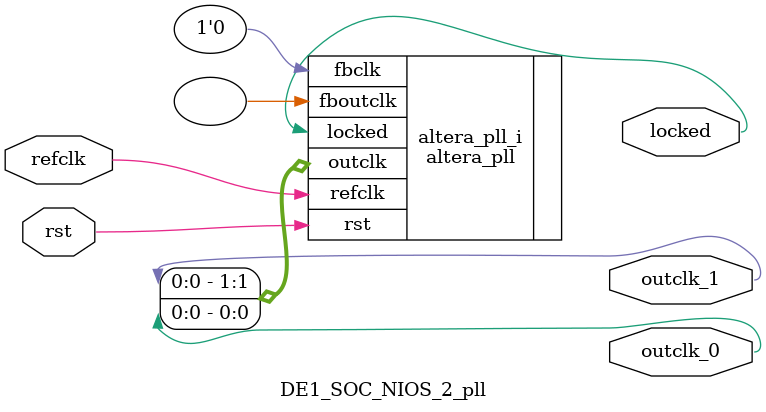
<source format=v>
`timescale 1ns/10ps
module  DE1_SOC_NIOS_2_pll(

	// interface 'refclk'
	input wire refclk,

	// interface 'reset'
	input wire rst,

	// interface 'outclk0'
	output wire outclk_0,

	// interface 'outclk1'
	output wire outclk_1,

	// interface 'locked'
	output wire locked
);

	altera_pll #(
		.fractional_vco_multiplier("false"),
		.reference_clock_frequency("50.0 MHz"),
		.operation_mode("direct"),
		.number_of_clocks(2),
		.output_clock_frequency0("100.000000 MHz"),
		.phase_shift0("0 ps"),
		.duty_cycle0(50),
		.output_clock_frequency1("100.000000 MHz"),
		.phase_shift1("3000 ps"),
		.duty_cycle1(50),
		.output_clock_frequency2("0 MHz"),
		.phase_shift2("0 ps"),
		.duty_cycle2(50),
		.output_clock_frequency3("0 MHz"),
		.phase_shift3("0 ps"),
		.duty_cycle3(50),
		.output_clock_frequency4("0 MHz"),
		.phase_shift4("0 ps"),
		.duty_cycle4(50),
		.output_clock_frequency5("0 MHz"),
		.phase_shift5("0 ps"),
		.duty_cycle5(50),
		.output_clock_frequency6("0 MHz"),
		.phase_shift6("0 ps"),
		.duty_cycle6(50),
		.output_clock_frequency7("0 MHz"),
		.phase_shift7("0 ps"),
		.duty_cycle7(50),
		.output_clock_frequency8("0 MHz"),
		.phase_shift8("0 ps"),
		.duty_cycle8(50),
		.output_clock_frequency9("0 MHz"),
		.phase_shift9("0 ps"),
		.duty_cycle9(50),
		.output_clock_frequency10("0 MHz"),
		.phase_shift10("0 ps"),
		.duty_cycle10(50),
		.output_clock_frequency11("0 MHz"),
		.phase_shift11("0 ps"),
		.duty_cycle11(50),
		.output_clock_frequency12("0 MHz"),
		.phase_shift12("0 ps"),
		.duty_cycle12(50),
		.output_clock_frequency13("0 MHz"),
		.phase_shift13("0 ps"),
		.duty_cycle13(50),
		.output_clock_frequency14("0 MHz"),
		.phase_shift14("0 ps"),
		.duty_cycle14(50),
		.output_clock_frequency15("0 MHz"),
		.phase_shift15("0 ps"),
		.duty_cycle15(50),
		.output_clock_frequency16("0 MHz"),
		.phase_shift16("0 ps"),
		.duty_cycle16(50),
		.output_clock_frequency17("0 MHz"),
		.phase_shift17("0 ps"),
		.duty_cycle17(50),
		.pll_type("General"),
		.pll_subtype("General")
	) altera_pll_i (
		.rst	(rst),
		.outclk	({outclk_1, outclk_0}),
		.locked	(locked),
		.fboutclk	( ),
		.fbclk	(1'b0),
		.refclk	(refclk)
	);
endmodule


</source>
